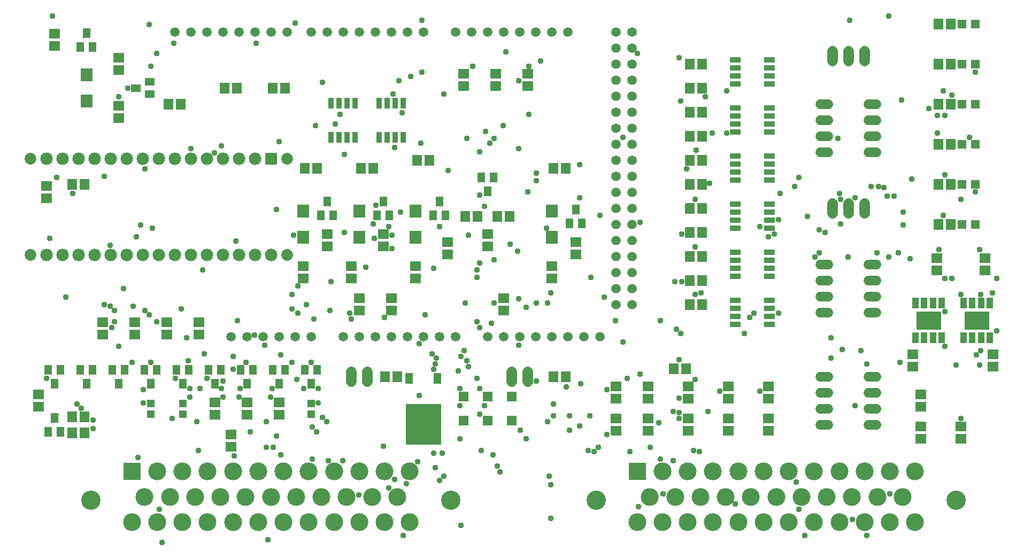
<source format=gbr>
G04 EAGLE Gerber X2 export*
%TF.Part,Single*%
%TF.FileFunction,Soldermask,Top,1*%
%TF.FilePolarity,Negative*%
%TF.GenerationSoftware,Autodesk,EAGLE,9.1.3*%
%TF.CreationDate,2020-03-16T01:18:41Z*%
G75*
%MOMM*%
%FSLAX34Y34*%
%LPD*%
%AMOC8*
5,1,8,0,0,1.08239X$1,22.5*%
G01*
%ADD10R,1.503200X1.703200*%
%ADD11R,1.703200X1.503200*%
%ADD12R,1.203200X1.603200*%
%ADD13C,1.727200*%
%ADD14R,1.003200X1.735200*%
%ADD15R,4.013200X2.997200*%
%ADD16R,5.603200X6.403200*%
%ADD17R,1.203200X1.803200*%
%ADD18C,1.524000*%
%ADD19R,1.403200X1.403200*%
%ADD20R,1.728200X0.903200*%
%ADD21R,1.303200X1.203200*%
%ADD22C,1.511200*%
%ADD23R,0.903200X1.728200*%
%ADD24R,1.981200X1.981200*%
%ADD25C,1.981200*%
%ADD26C,1.854200*%
%ADD27R,1.903200X2.003200*%
%ADD28C,3.053200*%
%ADD29R,2.828200X2.828200*%
%ADD30C,2.828200*%
%ADD31R,1.603200X1.203200*%
%ADD32R,1.603200X1.603200*%
%ADD33C,0.959600*%


D10*
X98400Y165100D03*
X79400Y165100D03*
D11*
X584200Y358800D03*
X584200Y377800D03*
X1422400Y206400D03*
X1422400Y225400D03*
X762000Y358800D03*
X762000Y377800D03*
X330200Y142900D03*
X330200Y161900D03*
X533400Y358800D03*
X533400Y377800D03*
X800100Y733400D03*
X800100Y714400D03*
X749300Y733400D03*
X749300Y714400D03*
X698500Y733400D03*
X698500Y714400D03*
X279400Y320700D03*
X279400Y339700D03*
X228600Y320700D03*
X228600Y339700D03*
X25400Y206400D03*
X25400Y225400D03*
X177800Y320700D03*
X177800Y339700D03*
X127000Y320700D03*
X127000Y339700D03*
X990600Y219100D03*
X990600Y238100D03*
X406400Y212700D03*
X406400Y193700D03*
X1054100Y219100D03*
X1054100Y238100D03*
X355600Y212700D03*
X355600Y193700D03*
X1117600Y219100D03*
X1117600Y238100D03*
X304800Y212700D03*
X304800Y193700D03*
X1181100Y219100D03*
X1181100Y238100D03*
D12*
X60300Y265000D03*
X41300Y265000D03*
X50800Y243000D03*
X466700Y265000D03*
X447700Y265000D03*
X457200Y243000D03*
X415900Y265000D03*
X396900Y265000D03*
X406400Y243000D03*
X365100Y265000D03*
X346100Y265000D03*
X355600Y243000D03*
X314300Y265000D03*
X295300Y265000D03*
X304800Y243000D03*
X263500Y265000D03*
X244500Y265000D03*
X254000Y243000D03*
X212700Y265000D03*
X193700Y265000D03*
X203200Y243000D03*
X161900Y265000D03*
X142900Y265000D03*
X152400Y243000D03*
X111100Y265000D03*
X92100Y265000D03*
X101600Y243000D03*
D13*
X1282700Y754380D02*
X1282700Y769620D01*
X1308100Y769620D02*
X1308100Y754380D01*
X1333500Y754380D02*
X1333500Y769620D01*
D14*
X1414140Y315560D03*
X1428120Y315560D03*
X1442080Y315560D03*
X1456060Y315560D03*
X1456060Y370240D03*
X1442080Y370240D03*
X1428120Y370240D03*
X1414140Y370240D03*
D15*
X1435100Y342900D03*
D14*
X1490340Y315560D03*
X1504320Y315560D03*
X1518280Y315560D03*
X1532260Y315560D03*
X1532260Y370240D03*
X1518280Y370240D03*
X1504320Y370240D03*
X1490340Y370240D03*
D15*
X1511300Y342900D03*
D16*
X635000Y178200D03*
D17*
X657800Y251200D03*
X612200Y251200D03*
D18*
X1263396Y685800D02*
X1276604Y685800D01*
X1276604Y660400D02*
X1263396Y660400D01*
X1339596Y660400D02*
X1352804Y660400D01*
X1352804Y685800D02*
X1339596Y685800D01*
X1276604Y635000D02*
X1263396Y635000D01*
X1263396Y609600D02*
X1276604Y609600D01*
X1339596Y635000D02*
X1352804Y635000D01*
X1352804Y609600D02*
X1339596Y609600D01*
D13*
X774700Y261620D02*
X774700Y246380D01*
X800100Y246380D02*
X800100Y261620D01*
X520700Y261620D02*
X520700Y246380D01*
X546100Y246380D02*
X546100Y261620D01*
D19*
X1509100Y749300D03*
X1488100Y749300D03*
X1509100Y685800D03*
X1488100Y685800D03*
X1509100Y622300D03*
X1488100Y622300D03*
X1509100Y558800D03*
X1488100Y558800D03*
X1509100Y495300D03*
X1488100Y495300D03*
X1509100Y812800D03*
X1488100Y812800D03*
D20*
X1128580Y374650D03*
X1128580Y361950D03*
X1128580Y349250D03*
X1128580Y336550D03*
X1182820Y336550D03*
X1182820Y349250D03*
X1182820Y361950D03*
X1182820Y374650D03*
X1128580Y527050D03*
X1128580Y514350D03*
X1128580Y501650D03*
X1128580Y488950D03*
X1182820Y488950D03*
X1182820Y501650D03*
X1182820Y514350D03*
X1182820Y527050D03*
X1128580Y450850D03*
X1128580Y438150D03*
X1128580Y425450D03*
X1128580Y412750D03*
X1182820Y412750D03*
X1182820Y425450D03*
X1182820Y438150D03*
X1182820Y450850D03*
X1128580Y603250D03*
X1128580Y590550D03*
X1128580Y577850D03*
X1128580Y565150D03*
X1182820Y565150D03*
X1182820Y577850D03*
X1182820Y590550D03*
X1182820Y603250D03*
X1128580Y679450D03*
X1128580Y666750D03*
X1128580Y654050D03*
X1128580Y641350D03*
X1182820Y641350D03*
X1182820Y654050D03*
X1182820Y666750D03*
X1182820Y679450D03*
X1128580Y755650D03*
X1128580Y742950D03*
X1128580Y730250D03*
X1128580Y717550D03*
X1182820Y717550D03*
X1182820Y730250D03*
X1182820Y742950D03*
X1182820Y755650D03*
D11*
X939800Y187300D03*
X939800Y168300D03*
X1422400Y155600D03*
X1422400Y174600D03*
X1485900Y155600D03*
X1485900Y174600D03*
D21*
X457200Y194700D03*
X457200Y211700D03*
D10*
X1057300Y482600D03*
X1076300Y482600D03*
X1057300Y520700D03*
X1076300Y520700D03*
X1451000Y749300D03*
X1470000Y749300D03*
X1451000Y685800D03*
X1470000Y685800D03*
X1451000Y622300D03*
X1470000Y622300D03*
X1451000Y558800D03*
X1470000Y558800D03*
X1050900Y266700D03*
X1031900Y266700D03*
D11*
X939800Y219100D03*
X939800Y238100D03*
D10*
X1076300Y368300D03*
X1057300Y368300D03*
D11*
X1536700Y269900D03*
X1536700Y288900D03*
X1409700Y288900D03*
X1409700Y269900D03*
X1447800Y441300D03*
X1447800Y422300D03*
X1524000Y422300D03*
X1524000Y441300D03*
D10*
X1451000Y495300D03*
X1470000Y495300D03*
X1076300Y444500D03*
X1057300Y444500D03*
X1057300Y406400D03*
X1076300Y406400D03*
X1076300Y596900D03*
X1057300Y596900D03*
X1057300Y558800D03*
X1076300Y558800D03*
X79400Y190500D03*
X98400Y190500D03*
X1076300Y673100D03*
X1057300Y673100D03*
X1057300Y635000D03*
X1076300Y635000D03*
X1076300Y749300D03*
X1057300Y749300D03*
X1057300Y711200D03*
X1076300Y711200D03*
X841400Y254000D03*
X860400Y254000D03*
X574700Y254000D03*
X593700Y254000D03*
X1451000Y812800D03*
X1470000Y812800D03*
D11*
X990600Y168300D03*
X990600Y187300D03*
X1054100Y168300D03*
X1054100Y187300D03*
X1117600Y168300D03*
X1117600Y187300D03*
D21*
X254000Y194700D03*
X254000Y211700D03*
X203200Y194700D03*
X203200Y211700D03*
D11*
X1181100Y168300D03*
X1181100Y187300D03*
D22*
X241300Y800100D03*
X266700Y800100D03*
X292100Y800100D03*
X317500Y800100D03*
X342900Y800100D03*
X368300Y800100D03*
X393700Y800100D03*
X419100Y800100D03*
X457200Y800100D03*
X482600Y800100D03*
X508000Y800100D03*
X533400Y800100D03*
X558800Y800100D03*
X584200Y800100D03*
X609600Y800100D03*
X635000Y800100D03*
X685800Y800100D03*
X711200Y800100D03*
X736600Y800100D03*
X762000Y800100D03*
X787400Y800100D03*
X812800Y800100D03*
X838200Y800100D03*
X863600Y800100D03*
X939800Y800100D03*
X939800Y774700D03*
X939800Y749300D03*
X939800Y723900D03*
X939800Y698500D03*
X939800Y673100D03*
X939800Y647700D03*
X939800Y622300D03*
X939800Y596900D03*
X939800Y571500D03*
X939800Y546100D03*
X939800Y520700D03*
X939800Y495300D03*
X939800Y469900D03*
X939800Y444500D03*
X939800Y419100D03*
X939800Y393700D03*
X939800Y368300D03*
X965200Y368300D03*
X965200Y393700D03*
X965200Y419100D03*
X965200Y444500D03*
X965200Y469900D03*
X965200Y495300D03*
X965200Y520700D03*
X965200Y546100D03*
X965200Y571500D03*
X965200Y596900D03*
X965200Y622300D03*
X965200Y647700D03*
X965200Y673100D03*
X965200Y698500D03*
X965200Y723900D03*
X965200Y749300D03*
X965200Y774700D03*
X965200Y800100D03*
X914400Y317500D03*
X889000Y317500D03*
X863600Y317500D03*
X838200Y317500D03*
X812800Y317500D03*
X787400Y317500D03*
X762000Y317500D03*
X736600Y317500D03*
X685800Y317500D03*
X660400Y317500D03*
X635000Y317500D03*
X609600Y317500D03*
X584200Y317500D03*
X558800Y317500D03*
X533400Y317500D03*
X508000Y317500D03*
X457200Y317500D03*
X431800Y317500D03*
X406400Y317500D03*
X381000Y317500D03*
X355600Y317500D03*
X330200Y317500D03*
D13*
X1333500Y513080D02*
X1333500Y528320D01*
X1308100Y528320D02*
X1308100Y513080D01*
X1282700Y513080D02*
X1282700Y528320D01*
D12*
X41300Y166800D03*
X60300Y166800D03*
X50800Y188800D03*
D23*
X565150Y633280D03*
X577850Y633280D03*
X590550Y633280D03*
X603250Y633280D03*
X603250Y687520D03*
X590550Y687520D03*
X577850Y687520D03*
X565150Y687520D03*
X488950Y633280D03*
X501650Y633280D03*
X514350Y633280D03*
X527050Y633280D03*
X527050Y687520D03*
X514350Y687520D03*
X501650Y687520D03*
X488950Y687520D03*
D24*
X393700Y599440D03*
D25*
X368300Y599440D03*
X342900Y599440D03*
X317500Y599440D03*
X292100Y599440D03*
X266700Y599440D03*
X241300Y599440D03*
X215900Y599440D03*
X190500Y599440D03*
X165100Y599440D03*
X139700Y599440D03*
X114300Y599440D03*
X88900Y599440D03*
X63500Y599440D03*
X38100Y599440D03*
X393700Y447040D03*
X368300Y447040D03*
X342900Y447040D03*
X317500Y447040D03*
X292100Y447040D03*
X266700Y447040D03*
X241300Y447040D03*
X215900Y447040D03*
X190500Y447040D03*
X165100Y447040D03*
X139700Y447040D03*
X114300Y447040D03*
X88900Y447040D03*
X63500Y447040D03*
X38100Y447040D03*
D26*
X12700Y599440D03*
X12700Y447040D03*
X419100Y447040D03*
X419100Y599440D03*
D12*
X482600Y531700D03*
X492100Y509700D03*
X473100Y509700D03*
X571500Y531700D03*
X581000Y509700D03*
X562000Y509700D03*
D11*
X482600Y460400D03*
X482600Y479400D03*
D10*
X447700Y584200D03*
X466700Y584200D03*
D11*
X571500Y479400D03*
X571500Y460400D03*
D10*
X555600Y584200D03*
X536600Y584200D03*
D12*
X660400Y531700D03*
X669900Y509700D03*
X650900Y509700D03*
D11*
X673100Y447700D03*
X673100Y466700D03*
D10*
X625500Y596900D03*
X644500Y596900D03*
D27*
X444500Y515800D03*
X444500Y474800D03*
X533400Y515800D03*
X533400Y474800D03*
X622300Y515800D03*
X622300Y474800D03*
D12*
X746100Y569800D03*
X727100Y569800D03*
X736600Y547800D03*
D11*
X736600Y479400D03*
X736600Y460400D03*
D10*
X720700Y508000D03*
X701700Y508000D03*
X752500Y508000D03*
X771500Y508000D03*
D11*
X520700Y428600D03*
X520700Y409600D03*
X444500Y428600D03*
X444500Y409600D03*
X622300Y428600D03*
X622300Y409600D03*
D12*
X876300Y519000D03*
X885800Y497000D03*
X866800Y497000D03*
D11*
X876300Y447700D03*
X876300Y466700D03*
D10*
X841400Y584200D03*
X860400Y584200D03*
D27*
X838200Y515800D03*
X838200Y474800D03*
D11*
X838200Y428600D03*
X838200Y409600D03*
X38100Y555600D03*
X38100Y536600D03*
D10*
X79400Y558800D03*
X98400Y558800D03*
D18*
X1263396Y254000D02*
X1276604Y254000D01*
X1276604Y228600D02*
X1263396Y228600D01*
X1339596Y228600D02*
X1352804Y228600D01*
X1352804Y254000D02*
X1339596Y254000D01*
X1276604Y203200D02*
X1263396Y203200D01*
X1263396Y177800D02*
X1276604Y177800D01*
X1339596Y203200D02*
X1352804Y203200D01*
X1352804Y177800D02*
X1339596Y177800D01*
X1276604Y431800D02*
X1263396Y431800D01*
X1263396Y406400D02*
X1276604Y406400D01*
X1339596Y406400D02*
X1352804Y406400D01*
X1352804Y431800D02*
X1339596Y431800D01*
X1276604Y381000D02*
X1263396Y381000D01*
X1263396Y355600D02*
X1276604Y355600D01*
X1339596Y381000D02*
X1352804Y381000D01*
X1352804Y355600D02*
X1339596Y355600D01*
D28*
X108700Y58500D03*
D29*
X173700Y103500D03*
D30*
X213700Y103500D03*
X253700Y103500D03*
X293700Y103500D03*
X333700Y103500D03*
X373700Y103500D03*
X413700Y103500D03*
X453700Y103500D03*
X493700Y103500D03*
X533700Y103500D03*
X573700Y103500D03*
X613700Y103500D03*
X193700Y63500D03*
X233700Y63500D03*
X273700Y63500D03*
X313700Y63500D03*
X353700Y63500D03*
X393700Y63500D03*
X433700Y63500D03*
X473700Y63500D03*
X513700Y63500D03*
X553700Y63500D03*
X593700Y63500D03*
D28*
X678700Y58500D03*
D30*
X173700Y23500D03*
X213700Y23500D03*
X253700Y23500D03*
X293700Y23500D03*
X333700Y23500D03*
X373700Y23500D03*
X413700Y23500D03*
X453700Y23500D03*
X493700Y23500D03*
X533700Y23500D03*
X573700Y23500D03*
X613700Y23500D03*
D28*
X908800Y58500D03*
D29*
X973800Y103500D03*
D30*
X1013800Y103500D03*
X1053800Y103500D03*
X1093800Y103500D03*
X1133800Y103500D03*
X1173800Y103500D03*
X1213800Y103500D03*
X1253800Y103500D03*
X1293800Y103500D03*
X1333800Y103500D03*
X1373800Y103500D03*
X1413800Y103500D03*
X993800Y63500D03*
X1033800Y63500D03*
X1073800Y63500D03*
X1113800Y63500D03*
X1153800Y63500D03*
X1193800Y63500D03*
X1233800Y63500D03*
X1273800Y63500D03*
X1313800Y63500D03*
X1353800Y63500D03*
X1393800Y63500D03*
D28*
X1478800Y58500D03*
D30*
X973800Y23500D03*
X1013800Y23500D03*
X1053800Y23500D03*
X1093800Y23500D03*
X1133800Y23500D03*
X1173800Y23500D03*
X1213800Y23500D03*
X1253800Y23500D03*
X1293800Y23500D03*
X1333800Y23500D03*
X1373800Y23500D03*
X1413800Y23500D03*
D31*
X179500Y711200D03*
X201500Y720700D03*
X201500Y701700D03*
D10*
X250800Y685800D03*
X231800Y685800D03*
D11*
X152400Y663600D03*
X152400Y682600D03*
D27*
X101600Y690700D03*
X101600Y731700D03*
D11*
X152400Y739800D03*
X152400Y758800D03*
D32*
X698500Y222200D03*
X698500Y184200D03*
X736600Y222200D03*
X736600Y184200D03*
X774700Y222200D03*
X774700Y184200D03*
D12*
X92100Y776400D03*
X111100Y776400D03*
X101600Y798400D03*
D10*
X339700Y711200D03*
X320700Y711200D03*
D11*
X50800Y796900D03*
X50800Y777900D03*
D10*
X396900Y711200D03*
X415900Y711200D03*
D33*
X713232Y745236D03*
X802386Y745236D03*
X1067562Y612648D03*
X1051560Y582930D03*
X1088136Y560070D03*
X370332Y781812D03*
X630936Y624078D03*
X674370Y580644D03*
X731520Y523494D03*
X1065276Y384048D03*
X475488Y720090D03*
X587502Y701802D03*
X667512Y701802D03*
X802386Y669798D03*
X882396Y589788D03*
X1044702Y480060D03*
X1065276Y459486D03*
X747522Y630936D03*
X813816Y564642D03*
X882396Y537210D03*
X1044702Y404622D03*
X1074420Y386334D03*
X740664Y624078D03*
X813816Y370332D03*
X1040130Y281178D03*
X733806Y642366D03*
X813816Y576072D03*
X1065276Y534924D03*
X265176Y221742D03*
X265176Y235458D03*
X260604Y315468D03*
X285750Y422910D03*
X402336Y518922D03*
X596646Y722376D03*
X192024Y212598D03*
X192024Y233172D03*
X338328Y468630D03*
X429768Y477774D03*
X765810Y768096D03*
X86868Y210312D03*
X221742Y-9144D03*
X813816Y246888D03*
X315468Y235458D03*
X317754Y221742D03*
X1085850Y198882D03*
X724662Y434340D03*
X637794Y352044D03*
X368046Y320040D03*
X518922Y354330D03*
X345186Y235458D03*
X342900Y221742D03*
X317754Y246888D03*
X1010412Y123444D03*
X720090Y251460D03*
X656082Y283464D03*
X386334Y182880D03*
X153162Y301752D03*
X139446Y365760D03*
X573786Y347472D03*
X1168146Y230886D03*
X720090Y422910D03*
X176022Y365760D03*
X38862Y251460D03*
X68580Y379476D03*
X146304Y358902D03*
X194310Y358902D03*
X450342Y368046D03*
X521208Y345186D03*
X836676Y29718D03*
X836676Y82296D03*
X832104Y182880D03*
X731520Y208026D03*
X692658Y208026D03*
X692658Y235458D03*
X653796Y274320D03*
X427482Y361188D03*
X251460Y361188D03*
X212598Y765810D03*
X130302Y571500D03*
X1458468Y706374D03*
X1115568Y706374D03*
X1081278Y697230D03*
X950976Y633222D03*
X1511046Y288036D03*
X1460754Y301752D03*
X1291590Y630936D03*
X1392174Y692658D03*
X1472184Y699516D03*
X1040130Y758952D03*
X187452Y493776D03*
X1092708Y640080D03*
X1115568Y640080D03*
X1042416Y690372D03*
X406908Y626364D03*
X614934Y729234D03*
X468630Y212598D03*
X445770Y235458D03*
X724662Y541782D03*
X585216Y457200D03*
X486918Y358902D03*
X461772Y345186D03*
X1543050Y326898D03*
X1451610Y454914D03*
X1394460Y514350D03*
X1369314Y539496D03*
X1319022Y537210D03*
X112014Y171450D03*
X112014Y185166D03*
X242316Y251460D03*
X292608Y251460D03*
X434340Y249174D03*
X706374Y269748D03*
X786384Y304038D03*
X925830Y233172D03*
X866394Y169164D03*
X788670Y169164D03*
X1449324Y667512D03*
X1449324Y640080D03*
X217170Y43434D03*
X1515618Y454914D03*
X173736Y276606D03*
X203454Y276606D03*
X262890Y278892D03*
X333756Y265176D03*
X354330Y276606D03*
X333756Y285750D03*
X212598Y340614D03*
X146304Y340614D03*
X240030Y781812D03*
X203454Y745236D03*
X409194Y288036D03*
X457200Y276606D03*
X427482Y276606D03*
X205740Y489204D03*
X1405890Y441198D03*
X1515618Y272034D03*
X1517904Y294894D03*
X1479042Y272034D03*
X1065276Y249174D03*
X786384Y377190D03*
X832104Y370332D03*
X1394460Y493776D03*
X772668Y464058D03*
X784098Y452628D03*
X861822Y237744D03*
X720090Y340614D03*
X1435608Y678942D03*
X1517904Y384048D03*
X139446Y461772D03*
X93726Y203454D03*
X54864Y569214D03*
X80010Y544068D03*
X1040130Y187452D03*
X1040130Y219456D03*
X994410Y141732D03*
X912114Y141732D03*
X653796Y109728D03*
X580644Y77724D03*
X395478Y235458D03*
X393192Y221742D03*
X950976Y308610D03*
X742950Y338328D03*
X699516Y294894D03*
X468630Y235458D03*
X1104138Y230886D03*
X1010412Y342900D03*
X939546Y342900D03*
X797814Y363474D03*
X694944Y285750D03*
X628650Y224028D03*
X507492Y121158D03*
X484632Y121158D03*
X1040130Y196596D03*
X724662Y331470D03*
X482346Y182880D03*
X466344Y166878D03*
X361188Y166878D03*
X336042Y128016D03*
X1485900Y187452D03*
X1536192Y386334D03*
X432054Y813816D03*
X315468Y619506D03*
X304038Y608076D03*
X180594Y475488D03*
X160020Y393192D03*
X237744Y187452D03*
X1508760Y546354D03*
X1508760Y736092D03*
X1280160Y283464D03*
X608076Y84582D03*
X1337310Y2286D03*
X1239012Y2286D03*
X1143000Y322326D03*
X1042416Y322326D03*
X978408Y258318D03*
X884682Y242316D03*
X797814Y155448D03*
X692658Y155448D03*
X1460754Y667512D03*
X1355598Y555498D03*
X1271016Y482346D03*
X1197864Y354330D03*
X745236Y130302D03*
X896112Y137160D03*
X925830Y162306D03*
X1030986Y198882D03*
X1008126Y180594D03*
X962406Y134874D03*
X905256Y134874D03*
X756666Y102870D03*
X603504Y2286D03*
X1460754Y573786D03*
X1364742Y553212D03*
X1293876Y544068D03*
X1200150Y544068D03*
X182880Y125730D03*
X48006Y825246D03*
X1371600Y825246D03*
X1499616Y633222D03*
X1159002Y354330D03*
X1072134Y134874D03*
X976122Y48006D03*
X694944Y18288D03*
X388620Y-4572D03*
X1485900Y534924D03*
X1387602Y450342D03*
X1353312Y450342D03*
X1261872Y450342D03*
X397764Y141732D03*
X402336Y160020D03*
X384048Y304038D03*
X720090Y411480D03*
X921258Y379476D03*
X1033272Y404622D03*
X1168146Y491490D03*
X1181862Y475488D03*
X1035558Y329184D03*
X957834Y251460D03*
X898398Y192024D03*
X882396Y176022D03*
X651510Y132588D03*
X532638Y66294D03*
X1472184Y409194D03*
X1373886Y68580D03*
X1229868Y43434D03*
X667512Y96012D03*
X834390Y96012D03*
X1460754Y356616D03*
X1337310Y274320D03*
X1225296Y86868D03*
X660654Y89154D03*
X1129284Y52578D03*
X1458468Y509778D03*
X1344168Y555498D03*
X1261872Y486918D03*
X1543050Y409194D03*
X1460754Y409194D03*
X1485900Y384048D03*
X1314450Y27432D03*
X1280160Y315468D03*
X1298448Y297180D03*
X1152144Y347472D03*
X1062990Y137160D03*
X1223010Y555498D03*
X1296162Y534924D03*
X1296162Y496062D03*
X1371600Y443484D03*
X1389888Y276606D03*
X1229868Y569214D03*
X1197864Y502920D03*
X900684Y411480D03*
X866394Y192024D03*
X626364Y118872D03*
X589788Y91440D03*
X459486Y123444D03*
X386334Y141732D03*
X1243584Y507492D03*
X829818Y489204D03*
X475488Y189738D03*
X459486Y173736D03*
X276606Y182880D03*
X973836Y765810D03*
X820674Y754380D03*
X633222Y736092D03*
X496062Y653796D03*
X464058Y651510D03*
X267462Y614934D03*
X704088Y630936D03*
X724662Y610362D03*
X724662Y235458D03*
X724662Y194310D03*
X726948Y137160D03*
X752094Y112014D03*
X601218Y672084D03*
X555498Y496062D03*
X557784Y473202D03*
X489204Y404622D03*
X340614Y342900D03*
X288036Y290322D03*
X281178Y235458D03*
X278892Y137160D03*
X502920Y669798D03*
X560070Y525780D03*
X580644Y491490D03*
X628650Y306324D03*
X409194Y130302D03*
X130302Y368046D03*
X544068Y427482D03*
X436626Y397764D03*
X761238Y651510D03*
X509778Y482346D03*
X651510Y425196D03*
X747522Y438912D03*
X836676Y386334D03*
X841248Y210312D03*
X841248Y192024D03*
X598932Y514350D03*
X701802Y370332D03*
X747522Y370332D03*
X1030986Y121158D03*
X1014984Y68580D03*
X660654Y491490D03*
X649224Y290322D03*
X665226Y132588D03*
X706374Y477774D03*
X704088Y278892D03*
X690372Y262890D03*
X571500Y144018D03*
X427482Y384048D03*
X585216Y477774D03*
X1307592Y443484D03*
X1255014Y443484D03*
X1191006Y480060D03*
X978408Y498348D03*
X914400Y509778D03*
X800100Y546354D03*
X589788Y617220D03*
X509778Y605790D03*
X194310Y582930D03*
X43434Y473202D03*
X1380744Y539496D03*
X1408176Y566928D03*
X201168Y811530D03*
X1319022Y208026D03*
X166878Y710946D03*
X153162Y697230D03*
X633222Y818388D03*
X1309878Y818388D03*
X1328166Y294894D03*
X141732Y331470D03*
X201168Y352044D03*
X436626Y354330D03*
X651510Y265176D03*
X786384Y722376D03*
X786384Y614934D03*
M02*

</source>
